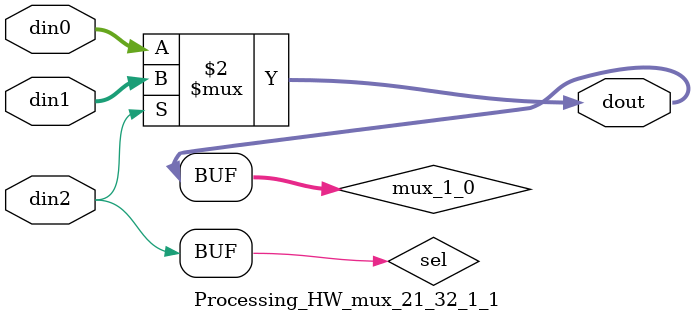
<source format=v>

`timescale 1ns/1ps

module Processing_HW_mux_21_32_1_1 #(
parameter
    ID                = 0,
    NUM_STAGE         = 1,
    din0_WIDTH       = 32,
    din1_WIDTH       = 32,
    din2_WIDTH         = 32,
    dout_WIDTH            = 32
)(
    input  [31 : 0]     din0,
    input  [31 : 0]     din1,
    input  [0 : 0]    din2,
    output [31 : 0]   dout);

// puts internal signals
wire [0 : 0]     sel;
// level 1 signals
wire [31 : 0]         mux_1_0;

assign sel = din2;

// Generate level 1 logic
assign mux_1_0 = (sel[0] == 0)? din0 : din1;

// output logic
assign dout = mux_1_0;

endmodule

</source>
